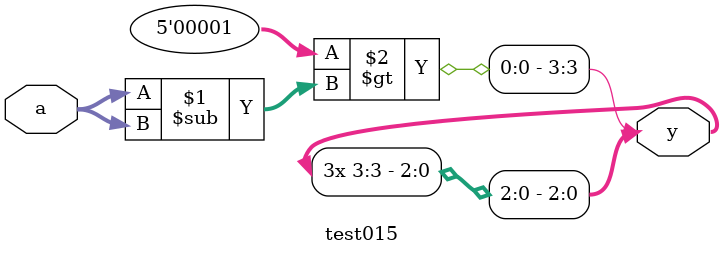
<source format=v>
module test015(a, y);
  input signed [3:0] a;
  output [3:0] y;
  assign y = $signed(5'd1 > a-a);
endmodule

</source>
